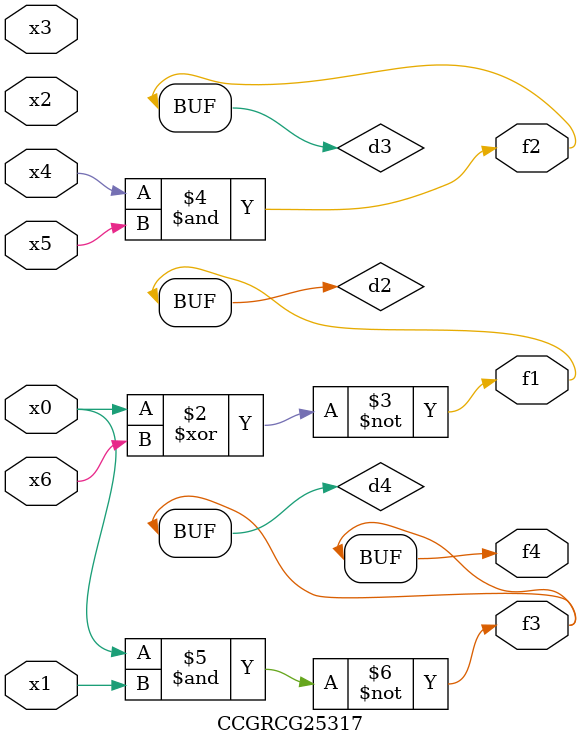
<source format=v>
module CCGRCG25317(
	input x0, x1, x2, x3, x4, x5, x6,
	output f1, f2, f3, f4
);

	wire d1, d2, d3, d4;

	nor (d1, x0);
	xnor (d2, x0, x6);
	and (d3, x4, x5);
	nand (d4, x0, x1);
	assign f1 = d2;
	assign f2 = d3;
	assign f3 = d4;
	assign f4 = d4;
endmodule

</source>
